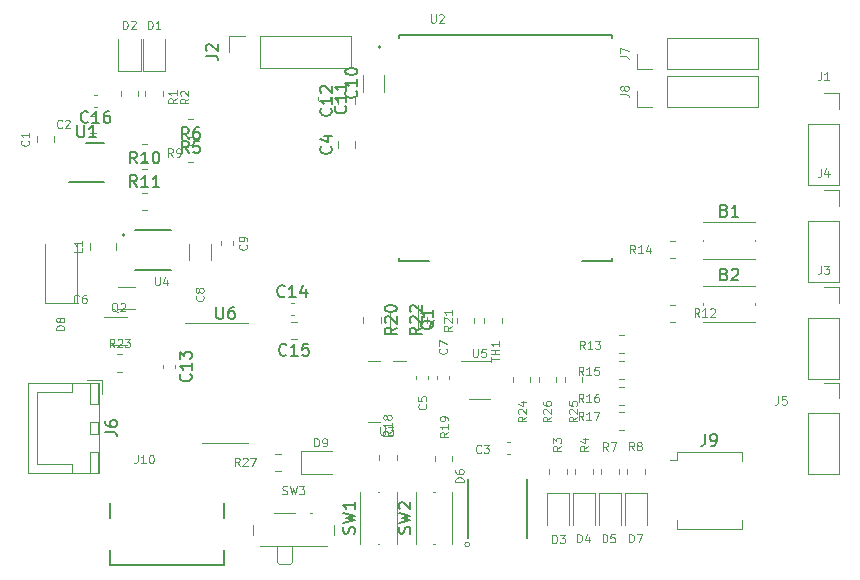
<source format=gbr>
%TF.GenerationSoftware,KiCad,Pcbnew,(5.1.12)-1*%
%TF.CreationDate,2021-12-17T12:12:49+01:00*%
%TF.ProjectId,ESP32-BOARD-V2.0,45535033-322d-4424-9f41-52442d56322e,rev?*%
%TF.SameCoordinates,Original*%
%TF.FileFunction,Legend,Top*%
%TF.FilePolarity,Positive*%
%FSLAX46Y46*%
G04 Gerber Fmt 4.6, Leading zero omitted, Abs format (unit mm)*
G04 Created by KiCad (PCBNEW (5.1.12)-1) date 2021-12-17 12:12:49*
%MOMM*%
%LPD*%
G01*
G04 APERTURE LIST*
%ADD10C,0.120000*%
%ADD11C,0.150000*%
%ADD12C,0.127000*%
%ADD13C,0.200000*%
%ADD14C,0.100000*%
%ADD15C,0.080000*%
G04 APERTURE END LIST*
D10*
%TO.C,J6*%
X96710000Y-93390000D02*
X90740000Y-93390000D01*
X90740000Y-93390000D02*
X90740000Y-101010000D01*
X90740000Y-101010000D02*
X96710000Y-101010000D01*
X96710000Y-101010000D02*
X96710000Y-93390000D01*
X96700000Y-96700000D02*
X95950000Y-96700000D01*
X95950000Y-96700000D02*
X95950000Y-97700000D01*
X95950000Y-97700000D02*
X96700000Y-97700000D01*
X96700000Y-97700000D02*
X96700000Y-96700000D01*
X96700000Y-93400000D02*
X95950000Y-93400000D01*
X95950000Y-93400000D02*
X95950000Y-95200000D01*
X95950000Y-95200000D02*
X96700000Y-95200000D01*
X96700000Y-95200000D02*
X96700000Y-93400000D01*
X96700000Y-99200000D02*
X95950000Y-99200000D01*
X95950000Y-99200000D02*
X95950000Y-101000000D01*
X95950000Y-101000000D02*
X96700000Y-101000000D01*
X96700000Y-101000000D02*
X96700000Y-99200000D01*
X94450000Y-93400000D02*
X94450000Y-94150000D01*
X94450000Y-94150000D02*
X91500000Y-94150000D01*
X91500000Y-94150000D02*
X91500000Y-97200000D01*
X94450000Y-101000000D02*
X94450000Y-100250000D01*
X94450000Y-100250000D02*
X91500000Y-100250000D01*
X91500000Y-100250000D02*
X91500000Y-97200000D01*
X97000000Y-94350000D02*
X97000000Y-93100000D01*
X97000000Y-93100000D02*
X95750000Y-93100000D01*
%TO.C,C16*%
X96590580Y-70010000D02*
X96309420Y-70010000D01*
X96590580Y-68990000D02*
X96309420Y-68990000D01*
%TO.C,U6*%
X107450000Y-98460000D02*
X109400000Y-98460000D01*
X107450000Y-98460000D02*
X105500000Y-98460000D01*
X107450000Y-88340000D02*
X109400000Y-88340000D01*
X107450000Y-88340000D02*
X104000000Y-88340000D01*
D11*
%TO.C,U1*%
X94175000Y-76350000D02*
X97175000Y-76350000D01*
X95675000Y-73050000D02*
X97175000Y-73050000D01*
D10*
%TO.C,SW2*%
X125150000Y-102600000D02*
X125050000Y-102600000D01*
X126650000Y-107000000D02*
X126650000Y-102600000D01*
X123550000Y-102600000D02*
X123550000Y-107000000D01*
X125150000Y-107000000D02*
X125050000Y-107000000D01*
%TO.C,SW1*%
X120450000Y-102600000D02*
X120350000Y-102600000D01*
X121950000Y-107000000D02*
X121950000Y-102600000D01*
X118850000Y-102600000D02*
X118850000Y-107000000D01*
X120450000Y-107000000D02*
X120350000Y-107000000D01*
%TO.C,R22*%
X124515000Y-88277064D02*
X124515000Y-87822936D01*
X125985000Y-88277064D02*
X125985000Y-87822936D01*
%TO.C,R20*%
X120585000Y-87822936D02*
X120585000Y-88277064D01*
X119115000Y-87822936D02*
X119115000Y-88277064D01*
%TO.C,Q1*%
X123710000Y-88700000D02*
X123710000Y-86800000D01*
X121390000Y-87300000D02*
X121390000Y-88700000D01*
%TO.C,J9*%
X145639000Y-105735000D02*
X151160000Y-105735000D01*
X145060000Y-99915000D02*
X145639000Y-99915000D01*
X145639000Y-99265000D02*
X145639000Y-99915000D01*
X145639000Y-99265000D02*
X151160000Y-99265000D01*
X151160000Y-99265000D02*
X151160000Y-99975000D01*
X145639000Y-105025000D02*
X145639000Y-105735000D01*
X151160000Y-105025000D02*
X151160000Y-105735000D01*
%TO.C,J2*%
X110370000Y-66680000D02*
X110370000Y-64020000D01*
X110370000Y-66680000D02*
X118050000Y-66680000D01*
X118050000Y-66680000D02*
X118050000Y-64020000D01*
X110370000Y-64020000D02*
X118050000Y-64020000D01*
X107770000Y-64020000D02*
X109100000Y-64020000D01*
X107770000Y-65350000D02*
X107770000Y-64020000D01*
%TO.C,C15*%
X113511252Y-89685000D02*
X112988748Y-89685000D01*
X113511252Y-88215000D02*
X112988748Y-88215000D01*
%TO.C,C14*%
X112959420Y-86590000D02*
X113240580Y-86590000D01*
X112959420Y-87610000D02*
X113240580Y-87610000D01*
%TO.C,C13*%
X103210000Y-91859420D02*
X103210000Y-92140580D01*
X102190000Y-91859420D02*
X102190000Y-92140580D01*
%TO.C,C12*%
X116965000Y-69761252D02*
X116965000Y-69238748D01*
X118435000Y-69761252D02*
X118435000Y-69238748D01*
%TO.C,C11*%
X116310000Y-69159420D02*
X116310000Y-69440580D01*
X115290000Y-69159420D02*
X115290000Y-69440580D01*
%TO.C,C10*%
X119090000Y-68711252D02*
X119090000Y-67288748D01*
X120910000Y-68711252D02*
X120910000Y-67288748D01*
%TO.C,C4*%
X116965000Y-73461252D02*
X116965000Y-72938748D01*
X118435000Y-73461252D02*
X118435000Y-72938748D01*
%TO.C,B2*%
X152300000Y-86750000D02*
X152300000Y-86650000D01*
X147900000Y-88250000D02*
X152300000Y-88250000D01*
X152300000Y-85150000D02*
X147900000Y-85150000D01*
X147900000Y-86750000D02*
X147900000Y-86650000D01*
%TO.C,B1*%
X152300000Y-81350000D02*
X152300000Y-81250000D01*
X147900000Y-82850000D02*
X152300000Y-82850000D01*
X152300000Y-79750000D02*
X147900000Y-79750000D01*
X147900000Y-81350000D02*
X147900000Y-81250000D01*
%TO.C,R11*%
X100372936Y-77265000D02*
X100827064Y-77265000D01*
X100372936Y-78735000D02*
X100827064Y-78735000D01*
%TO.C,R10*%
X100372936Y-75265000D02*
X100827064Y-75265000D01*
X100372936Y-76735000D02*
X100827064Y-76735000D01*
%TO.C,R6*%
X104272936Y-73215000D02*
X104727064Y-73215000D01*
X104272936Y-74685000D02*
X104727064Y-74685000D01*
%TO.C,R5*%
X104727064Y-72535000D02*
X104272936Y-72535000D01*
X104727064Y-71065000D02*
X104272936Y-71065000D01*
%TO.C,J5*%
X156770000Y-95970000D02*
X159430000Y-95970000D01*
X156770000Y-95970000D02*
X156770000Y-101110000D01*
X156770000Y-101110000D02*
X159430000Y-101110000D01*
X159430000Y-95970000D02*
X159430000Y-101110000D01*
X159430000Y-93370000D02*
X159430000Y-94700000D01*
X158100000Y-93370000D02*
X159430000Y-93370000D01*
%TO.C,J8*%
X152550000Y-70030000D02*
X152550000Y-67370000D01*
X144870000Y-70030000D02*
X152550000Y-70030000D01*
X144870000Y-67370000D02*
X152550000Y-67370000D01*
X144870000Y-70030000D02*
X144870000Y-67370000D01*
X143600000Y-70030000D02*
X142270000Y-70030000D01*
X142270000Y-70030000D02*
X142270000Y-68700000D01*
%TO.C,J4*%
X156770000Y-79670000D02*
X159430000Y-79670000D01*
X156770000Y-79670000D02*
X156770000Y-84810000D01*
X156770000Y-84810000D02*
X159430000Y-84810000D01*
X159430000Y-79670000D02*
X159430000Y-84810000D01*
X159430000Y-77070000D02*
X159430000Y-78400000D01*
X158100000Y-77070000D02*
X159430000Y-77070000D01*
%TO.C,J3*%
X156770000Y-87870000D02*
X159430000Y-87870000D01*
X156770000Y-87870000D02*
X156770000Y-93010000D01*
X156770000Y-93010000D02*
X159430000Y-93010000D01*
X159430000Y-87870000D02*
X159430000Y-93010000D01*
X159430000Y-85270000D02*
X159430000Y-86600000D01*
X158100000Y-85270000D02*
X159430000Y-85270000D01*
%TO.C,J1*%
X156770000Y-71470000D02*
X159430000Y-71470000D01*
X156770000Y-71470000D02*
X156770000Y-76610000D01*
X156770000Y-76610000D02*
X159430000Y-76610000D01*
X159430000Y-71470000D02*
X159430000Y-76610000D01*
X159430000Y-68870000D02*
X159430000Y-70200000D01*
X158100000Y-68870000D02*
X159430000Y-68870000D01*
%TO.C,R14*%
X145514564Y-82835000D02*
X145060436Y-82835000D01*
X145514564Y-81365000D02*
X145060436Y-81365000D01*
%TO.C,R12*%
X145514564Y-88235000D02*
X145060436Y-88235000D01*
X145514564Y-86765000D02*
X145060436Y-86765000D01*
%TO.C,J7*%
X152550000Y-66830000D02*
X152550000Y-64170000D01*
X144870000Y-66830000D02*
X152550000Y-66830000D01*
X144870000Y-64170000D02*
X152550000Y-64170000D01*
X144870000Y-66830000D02*
X144870000Y-64170000D01*
X143600000Y-66830000D02*
X142270000Y-66830000D01*
X142270000Y-66830000D02*
X142270000Y-65500000D01*
%TO.C,TH1*%
X130835000Y-88327064D02*
X130835000Y-87872936D01*
X129365000Y-88327064D02*
X129365000Y-87872936D01*
%TO.C,R21*%
X127065000Y-87872936D02*
X127065000Y-88327064D01*
X128535000Y-87872936D02*
X128535000Y-88327064D01*
%TO.C,R17*%
X141227064Y-95865000D02*
X140772936Y-95865000D01*
X141227064Y-97335000D02*
X140772936Y-97335000D01*
%TO.C,R16*%
X141227064Y-93765000D02*
X140772936Y-93765000D01*
X141227064Y-95235000D02*
X140772936Y-95235000D01*
%TO.C,R15*%
X141214564Y-91565000D02*
X140760436Y-91565000D01*
X141214564Y-93035000D02*
X140760436Y-93035000D01*
%TO.C,R13*%
X141227064Y-89365000D02*
X140772936Y-89365000D01*
X141227064Y-90835000D02*
X140772936Y-90835000D01*
%TO.C,R27*%
X112127064Y-99365000D02*
X111672936Y-99365000D01*
X112127064Y-100835000D02*
X111672936Y-100835000D01*
%TO.C,D9*%
X113815000Y-101060000D02*
X116500000Y-101060000D01*
X113815000Y-99140000D02*
X113815000Y-101060000D01*
X116500000Y-99140000D02*
X113815000Y-99140000D01*
%TO.C,C9*%
X107040000Y-81409420D02*
X107040000Y-81690580D01*
X108060000Y-81409420D02*
X108060000Y-81690580D01*
D12*
%TO.C,U2*%
X122150000Y-64200000D02*
X122150000Y-63900000D01*
X122150000Y-63900000D02*
X140150000Y-63900000D01*
X140150000Y-63900000D02*
X140150000Y-64200000D01*
X122150000Y-82800000D02*
X122150000Y-83100000D01*
X122150000Y-83100000D02*
X124660000Y-83100000D01*
X137640000Y-83100000D02*
X140150000Y-83100000D01*
X140150000Y-83100000D02*
X140150000Y-82800000D01*
D13*
X120600000Y-64960000D02*
G75*
G03*
X120600000Y-64960000I-100000J0D01*
G01*
D10*
%TO.C,U5*%
X128050000Y-94785000D02*
X129850000Y-94785000D01*
X129850000Y-91565000D02*
X127400000Y-91565000D01*
D13*
%TO.C,U4*%
X98915000Y-80850000D02*
G75*
G03*
X98915000Y-80850000I-100000J0D01*
G01*
D12*
X99750000Y-80395000D02*
X102850000Y-80395000D01*
X99750000Y-83805000D02*
X102850000Y-83805000D01*
D10*
%TO.C,U3*%
X120540000Y-96710000D02*
X119490000Y-96710000D01*
X121660000Y-91490000D02*
X122710000Y-91490000D01*
X120540000Y-91490000D02*
X119490000Y-91490000D01*
%TO.C,SW3*%
X114600000Y-104380000D02*
X114800000Y-104380000D01*
X111800000Y-108520000D02*
X112000000Y-108730000D01*
X113100000Y-108520000D02*
X112900000Y-108730000D01*
X111800000Y-107230000D02*
X111800000Y-108520000D01*
X112000000Y-108730000D02*
X112900000Y-108730000D01*
X113100000Y-108520000D02*
X113100000Y-107230000D01*
X110350000Y-107230000D02*
X116050000Y-107230000D01*
X111600000Y-104380000D02*
X113300000Y-104380000D01*
X109750000Y-105430000D02*
X109750000Y-106220000D01*
X116650000Y-106220000D02*
X116650000Y-105430000D01*
%TO.C,R26*%
X133965000Y-93327064D02*
X133965000Y-92872936D01*
X135435000Y-93327064D02*
X135435000Y-92872936D01*
%TO.C,R25*%
X136165000Y-93327064D02*
X136165000Y-92872936D01*
X137635000Y-93327064D02*
X137635000Y-92872936D01*
%TO.C,R24*%
X131765000Y-93327064D02*
X131765000Y-92872936D01*
X133235000Y-93327064D02*
X133235000Y-92872936D01*
%TO.C,R23*%
X98272936Y-90965000D02*
X98727064Y-90965000D01*
X98272936Y-92435000D02*
X98727064Y-92435000D01*
%TO.C,R19*%
X126635000Y-99572936D02*
X126635000Y-100027064D01*
X125165000Y-99572936D02*
X125165000Y-100027064D01*
%TO.C,R18*%
X121935000Y-99460436D02*
X121935000Y-99914564D01*
X120465000Y-99460436D02*
X120465000Y-99914564D01*
%TO.C,R9*%
X100372936Y-73165000D02*
X100827064Y-73165000D01*
X100372936Y-74635000D02*
X100827064Y-74635000D01*
%TO.C,R8*%
X141465000Y-101127064D02*
X141465000Y-100672936D01*
X142935000Y-101127064D02*
X142935000Y-100672936D01*
%TO.C,R7*%
X139265000Y-101127064D02*
X139265000Y-100672936D01*
X140735000Y-101127064D02*
X140735000Y-100672936D01*
%TO.C,R4*%
X137065000Y-101127064D02*
X137065000Y-100672936D01*
X138535000Y-101127064D02*
X138535000Y-100672936D01*
%TO.C,R3*%
X134865000Y-101127064D02*
X134865000Y-100672936D01*
X136335000Y-101127064D02*
X136335000Y-100672936D01*
%TO.C,R2*%
X98565000Y-69102064D02*
X98565000Y-68647936D01*
X100035000Y-69102064D02*
X100035000Y-68647936D01*
%TO.C,R1*%
X100665000Y-69114564D02*
X100665000Y-68660436D01*
X102135000Y-69114564D02*
X102135000Y-68660436D01*
%TO.C,Q2*%
X99100000Y-87840000D02*
X97200000Y-87840000D01*
X97700000Y-90160000D02*
X99100000Y-90160000D01*
%TO.C,L1*%
X95940000Y-82098752D02*
X95940000Y-81576248D01*
X98160000Y-82098752D02*
X98160000Y-81576248D01*
D13*
%TO.C,J10*%
X107290000Y-103550000D02*
X107290000Y-104800000D01*
X97710000Y-103550000D02*
X97710000Y-104800000D01*
X107290000Y-108800000D02*
X107290000Y-107520000D01*
X97710000Y-108800000D02*
X107290000Y-108800000D01*
X97710000Y-107520000D02*
X97710000Y-108800000D01*
D10*
%TO.C,D8*%
X92140000Y-86580000D02*
X94860000Y-86580000D01*
X94860000Y-86580000D02*
X94860000Y-81600000D01*
X92140000Y-86580000D02*
X92140000Y-81600000D01*
D12*
%TO.C,D6*%
X128000000Y-106500000D02*
X128000000Y-101500000D01*
X133000000Y-101500000D02*
X133000000Y-106500000D01*
D14*
X128120000Y-107053000D02*
G75*
G03*
X128120000Y-107053000I-200000J0D01*
G01*
D10*
%TO.C,D7*%
X143160000Y-105400000D02*
X143160000Y-102715000D01*
X143160000Y-102715000D02*
X141240000Y-102715000D01*
X141240000Y-102715000D02*
X141240000Y-105400000D01*
%TO.C,D5*%
X140960000Y-105400000D02*
X140960000Y-102715000D01*
X140960000Y-102715000D02*
X139040000Y-102715000D01*
X139040000Y-102715000D02*
X139040000Y-105400000D01*
%TO.C,D4*%
X138760000Y-105400000D02*
X138760000Y-102715000D01*
X138760000Y-102715000D02*
X136840000Y-102715000D01*
X136840000Y-102715000D02*
X136840000Y-105400000D01*
%TO.C,D3*%
X136560000Y-105400000D02*
X136560000Y-102715000D01*
X136560000Y-102715000D02*
X134640000Y-102715000D01*
X134640000Y-102715000D02*
X134640000Y-105400000D01*
%TO.C,D2*%
X98340000Y-64275000D02*
X98340000Y-66960000D01*
X98340000Y-66960000D02*
X100260000Y-66960000D01*
X100260000Y-66960000D02*
X100260000Y-64275000D01*
%TO.C,D1*%
X100440000Y-64275000D02*
X100440000Y-66960000D01*
X100440000Y-66960000D02*
X102360000Y-66960000D01*
X102360000Y-66960000D02*
X102360000Y-64275000D01*
%TO.C,C8*%
X104390000Y-83011252D02*
X104390000Y-81588748D01*
X106210000Y-83011252D02*
X106210000Y-81588748D01*
%TO.C,C7*%
X126410000Y-92759420D02*
X126410000Y-93040580D01*
X125390000Y-92759420D02*
X125390000Y-93040580D01*
%TO.C,C6*%
X98338748Y-85290000D02*
X99761252Y-85290000D01*
X98338748Y-87110000D02*
X99761252Y-87110000D01*
%TO.C,C5*%
X124610000Y-92759420D02*
X124610000Y-93040580D01*
X123590000Y-92759420D02*
X123590000Y-93040580D01*
%TO.C,C3*%
X131540580Y-99410000D02*
X131259420Y-99410000D01*
X131540580Y-98390000D02*
X131259420Y-98390000D01*
%TO.C,C2*%
X96511252Y-72235000D02*
X95988748Y-72235000D01*
X96511252Y-70765000D02*
X95988748Y-70765000D01*
%TO.C,C1*%
X91465000Y-73011252D02*
X91465000Y-72488748D01*
X92935000Y-73011252D02*
X92935000Y-72488748D01*
%TO.C,J6*%
D11*
X97252380Y-97533333D02*
X97966666Y-97533333D01*
X98109523Y-97580952D01*
X98204761Y-97676190D01*
X98252380Y-97819047D01*
X98252380Y-97914285D01*
X97252380Y-96628571D02*
X97252380Y-96819047D01*
X97300000Y-96914285D01*
X97347619Y-96961904D01*
X97490476Y-97057142D01*
X97680952Y-97104761D01*
X98061904Y-97104761D01*
X98157142Y-97057142D01*
X98204761Y-97009523D01*
X98252380Y-96914285D01*
X98252380Y-96723809D01*
X98204761Y-96628571D01*
X98157142Y-96580952D01*
X98061904Y-96533333D01*
X97823809Y-96533333D01*
X97728571Y-96580952D01*
X97680952Y-96628571D01*
X97633333Y-96723809D01*
X97633333Y-96914285D01*
X97680952Y-97009523D01*
X97728571Y-97057142D01*
X97823809Y-97104761D01*
%TO.C,C16*%
X95807142Y-71287142D02*
X95759523Y-71334761D01*
X95616666Y-71382380D01*
X95521428Y-71382380D01*
X95378571Y-71334761D01*
X95283333Y-71239523D01*
X95235714Y-71144285D01*
X95188095Y-70953809D01*
X95188095Y-70810952D01*
X95235714Y-70620476D01*
X95283333Y-70525238D01*
X95378571Y-70430000D01*
X95521428Y-70382380D01*
X95616666Y-70382380D01*
X95759523Y-70430000D01*
X95807142Y-70477619D01*
X96759523Y-71382380D02*
X96188095Y-71382380D01*
X96473809Y-71382380D02*
X96473809Y-70382380D01*
X96378571Y-70525238D01*
X96283333Y-70620476D01*
X96188095Y-70668095D01*
X97616666Y-70382380D02*
X97426190Y-70382380D01*
X97330952Y-70430000D01*
X97283333Y-70477619D01*
X97188095Y-70620476D01*
X97140476Y-70810952D01*
X97140476Y-71191904D01*
X97188095Y-71287142D01*
X97235714Y-71334761D01*
X97330952Y-71382380D01*
X97521428Y-71382380D01*
X97616666Y-71334761D01*
X97664285Y-71287142D01*
X97711904Y-71191904D01*
X97711904Y-70953809D01*
X97664285Y-70858571D01*
X97616666Y-70810952D01*
X97521428Y-70763333D01*
X97330952Y-70763333D01*
X97235714Y-70810952D01*
X97188095Y-70858571D01*
X97140476Y-70953809D01*
%TO.C,U6*%
X106688095Y-86952380D02*
X106688095Y-87761904D01*
X106735714Y-87857142D01*
X106783333Y-87904761D01*
X106878571Y-87952380D01*
X107069047Y-87952380D01*
X107164285Y-87904761D01*
X107211904Y-87857142D01*
X107259523Y-87761904D01*
X107259523Y-86952380D01*
X108164285Y-86952380D02*
X107973809Y-86952380D01*
X107878571Y-87000000D01*
X107830952Y-87047619D01*
X107735714Y-87190476D01*
X107688095Y-87380952D01*
X107688095Y-87761904D01*
X107735714Y-87857142D01*
X107783333Y-87904761D01*
X107878571Y-87952380D01*
X108069047Y-87952380D01*
X108164285Y-87904761D01*
X108211904Y-87857142D01*
X108259523Y-87761904D01*
X108259523Y-87523809D01*
X108211904Y-87428571D01*
X108164285Y-87380952D01*
X108069047Y-87333333D01*
X107878571Y-87333333D01*
X107783333Y-87380952D01*
X107735714Y-87428571D01*
X107688095Y-87523809D01*
%TO.C,U1*%
X94913095Y-71577380D02*
X94913095Y-72386904D01*
X94960714Y-72482142D01*
X95008333Y-72529761D01*
X95103571Y-72577380D01*
X95294047Y-72577380D01*
X95389285Y-72529761D01*
X95436904Y-72482142D01*
X95484523Y-72386904D01*
X95484523Y-71577380D01*
X96484523Y-72577380D02*
X95913095Y-72577380D01*
X96198809Y-72577380D02*
X96198809Y-71577380D01*
X96103571Y-71720238D01*
X96008333Y-71815476D01*
X95913095Y-71863095D01*
%TO.C,SW2*%
X123054761Y-106133333D02*
X123102380Y-105990476D01*
X123102380Y-105752380D01*
X123054761Y-105657142D01*
X123007142Y-105609523D01*
X122911904Y-105561904D01*
X122816666Y-105561904D01*
X122721428Y-105609523D01*
X122673809Y-105657142D01*
X122626190Y-105752380D01*
X122578571Y-105942857D01*
X122530952Y-106038095D01*
X122483333Y-106085714D01*
X122388095Y-106133333D01*
X122292857Y-106133333D01*
X122197619Y-106085714D01*
X122150000Y-106038095D01*
X122102380Y-105942857D01*
X122102380Y-105704761D01*
X122150000Y-105561904D01*
X122102380Y-105228571D02*
X123102380Y-104990476D01*
X122388095Y-104800000D01*
X123102380Y-104609523D01*
X122102380Y-104371428D01*
X122197619Y-104038095D02*
X122150000Y-103990476D01*
X122102380Y-103895238D01*
X122102380Y-103657142D01*
X122150000Y-103561904D01*
X122197619Y-103514285D01*
X122292857Y-103466666D01*
X122388095Y-103466666D01*
X122530952Y-103514285D01*
X123102380Y-104085714D01*
X123102380Y-103466666D01*
%TO.C,SW1*%
X118354761Y-106133333D02*
X118402380Y-105990476D01*
X118402380Y-105752380D01*
X118354761Y-105657142D01*
X118307142Y-105609523D01*
X118211904Y-105561904D01*
X118116666Y-105561904D01*
X118021428Y-105609523D01*
X117973809Y-105657142D01*
X117926190Y-105752380D01*
X117878571Y-105942857D01*
X117830952Y-106038095D01*
X117783333Y-106085714D01*
X117688095Y-106133333D01*
X117592857Y-106133333D01*
X117497619Y-106085714D01*
X117450000Y-106038095D01*
X117402380Y-105942857D01*
X117402380Y-105704761D01*
X117450000Y-105561904D01*
X117402380Y-105228571D02*
X118402380Y-104990476D01*
X117688095Y-104800000D01*
X118402380Y-104609523D01*
X117402380Y-104371428D01*
X118402380Y-103466666D02*
X118402380Y-104038095D01*
X118402380Y-103752380D02*
X117402380Y-103752380D01*
X117545238Y-103847619D01*
X117640476Y-103942857D01*
X117688095Y-104038095D01*
%TO.C,R22*%
X124052380Y-88692857D02*
X123576190Y-89026190D01*
X124052380Y-89264285D02*
X123052380Y-89264285D01*
X123052380Y-88883333D01*
X123100000Y-88788095D01*
X123147619Y-88740476D01*
X123242857Y-88692857D01*
X123385714Y-88692857D01*
X123480952Y-88740476D01*
X123528571Y-88788095D01*
X123576190Y-88883333D01*
X123576190Y-89264285D01*
X123147619Y-88311904D02*
X123100000Y-88264285D01*
X123052380Y-88169047D01*
X123052380Y-87930952D01*
X123100000Y-87835714D01*
X123147619Y-87788095D01*
X123242857Y-87740476D01*
X123338095Y-87740476D01*
X123480952Y-87788095D01*
X124052380Y-88359523D01*
X124052380Y-87740476D01*
X123147619Y-87359523D02*
X123100000Y-87311904D01*
X123052380Y-87216666D01*
X123052380Y-86978571D01*
X123100000Y-86883333D01*
X123147619Y-86835714D01*
X123242857Y-86788095D01*
X123338095Y-86788095D01*
X123480952Y-86835714D01*
X124052380Y-87407142D01*
X124052380Y-86788095D01*
%TO.C,R20*%
X121952380Y-88692857D02*
X121476190Y-89026190D01*
X121952380Y-89264285D02*
X120952380Y-89264285D01*
X120952380Y-88883333D01*
X121000000Y-88788095D01*
X121047619Y-88740476D01*
X121142857Y-88692857D01*
X121285714Y-88692857D01*
X121380952Y-88740476D01*
X121428571Y-88788095D01*
X121476190Y-88883333D01*
X121476190Y-89264285D01*
X121047619Y-88311904D02*
X121000000Y-88264285D01*
X120952380Y-88169047D01*
X120952380Y-87930952D01*
X121000000Y-87835714D01*
X121047619Y-87788095D01*
X121142857Y-87740476D01*
X121238095Y-87740476D01*
X121380952Y-87788095D01*
X121952380Y-88359523D01*
X121952380Y-87740476D01*
X120952380Y-87121428D02*
X120952380Y-87026190D01*
X121000000Y-86930952D01*
X121047619Y-86883333D01*
X121142857Y-86835714D01*
X121333333Y-86788095D01*
X121571428Y-86788095D01*
X121761904Y-86835714D01*
X121857142Y-86883333D01*
X121904761Y-86930952D01*
X121952380Y-87026190D01*
X121952380Y-87121428D01*
X121904761Y-87216666D01*
X121857142Y-87264285D01*
X121761904Y-87311904D01*
X121571428Y-87359523D01*
X121333333Y-87359523D01*
X121142857Y-87311904D01*
X121047619Y-87264285D01*
X121000000Y-87216666D01*
X120952380Y-87121428D01*
%TO.C,Q1*%
X125097619Y-88095238D02*
X125050000Y-88190476D01*
X124954761Y-88285714D01*
X124811904Y-88428571D01*
X124764285Y-88523809D01*
X124764285Y-88619047D01*
X125002380Y-88571428D02*
X124954761Y-88666666D01*
X124859523Y-88761904D01*
X124669047Y-88809523D01*
X124335714Y-88809523D01*
X124145238Y-88761904D01*
X124050000Y-88666666D01*
X124002380Y-88571428D01*
X124002380Y-88380952D01*
X124050000Y-88285714D01*
X124145238Y-88190476D01*
X124335714Y-88142857D01*
X124669047Y-88142857D01*
X124859523Y-88190476D01*
X124954761Y-88285714D01*
X125002380Y-88380952D01*
X125002380Y-88571428D01*
X125002380Y-87190476D02*
X125002380Y-87761904D01*
X125002380Y-87476190D02*
X124002380Y-87476190D01*
X124145238Y-87571428D01*
X124240476Y-87666666D01*
X124288095Y-87761904D01*
%TO.C,J9*%
X148066666Y-97717380D02*
X148066666Y-98431666D01*
X148019047Y-98574523D01*
X147923809Y-98669761D01*
X147780952Y-98717380D01*
X147685714Y-98717380D01*
X148590476Y-98717380D02*
X148780952Y-98717380D01*
X148876190Y-98669761D01*
X148923809Y-98622142D01*
X149019047Y-98479285D01*
X149066666Y-98288809D01*
X149066666Y-97907857D01*
X149019047Y-97812619D01*
X148971428Y-97765000D01*
X148876190Y-97717380D01*
X148685714Y-97717380D01*
X148590476Y-97765000D01*
X148542857Y-97812619D01*
X148495238Y-97907857D01*
X148495238Y-98145952D01*
X148542857Y-98241190D01*
X148590476Y-98288809D01*
X148685714Y-98336428D01*
X148876190Y-98336428D01*
X148971428Y-98288809D01*
X149019047Y-98241190D01*
X149066666Y-98145952D01*
%TO.C,J2*%
X105782380Y-65683333D02*
X106496666Y-65683333D01*
X106639523Y-65730952D01*
X106734761Y-65826190D01*
X106782380Y-65969047D01*
X106782380Y-66064285D01*
X105877619Y-65254761D02*
X105830000Y-65207142D01*
X105782380Y-65111904D01*
X105782380Y-64873809D01*
X105830000Y-64778571D01*
X105877619Y-64730952D01*
X105972857Y-64683333D01*
X106068095Y-64683333D01*
X106210952Y-64730952D01*
X106782380Y-65302380D01*
X106782380Y-64683333D01*
%TO.C,C15*%
X112607142Y-90987142D02*
X112559523Y-91034761D01*
X112416666Y-91082380D01*
X112321428Y-91082380D01*
X112178571Y-91034761D01*
X112083333Y-90939523D01*
X112035714Y-90844285D01*
X111988095Y-90653809D01*
X111988095Y-90510952D01*
X112035714Y-90320476D01*
X112083333Y-90225238D01*
X112178571Y-90130000D01*
X112321428Y-90082380D01*
X112416666Y-90082380D01*
X112559523Y-90130000D01*
X112607142Y-90177619D01*
X113559523Y-91082380D02*
X112988095Y-91082380D01*
X113273809Y-91082380D02*
X113273809Y-90082380D01*
X113178571Y-90225238D01*
X113083333Y-90320476D01*
X112988095Y-90368095D01*
X114464285Y-90082380D02*
X113988095Y-90082380D01*
X113940476Y-90558571D01*
X113988095Y-90510952D01*
X114083333Y-90463333D01*
X114321428Y-90463333D01*
X114416666Y-90510952D01*
X114464285Y-90558571D01*
X114511904Y-90653809D01*
X114511904Y-90891904D01*
X114464285Y-90987142D01*
X114416666Y-91034761D01*
X114321428Y-91082380D01*
X114083333Y-91082380D01*
X113988095Y-91034761D01*
X113940476Y-90987142D01*
%TO.C,C14*%
X112457142Y-86027142D02*
X112409523Y-86074761D01*
X112266666Y-86122380D01*
X112171428Y-86122380D01*
X112028571Y-86074761D01*
X111933333Y-85979523D01*
X111885714Y-85884285D01*
X111838095Y-85693809D01*
X111838095Y-85550952D01*
X111885714Y-85360476D01*
X111933333Y-85265238D01*
X112028571Y-85170000D01*
X112171428Y-85122380D01*
X112266666Y-85122380D01*
X112409523Y-85170000D01*
X112457142Y-85217619D01*
X113409523Y-86122380D02*
X112838095Y-86122380D01*
X113123809Y-86122380D02*
X113123809Y-85122380D01*
X113028571Y-85265238D01*
X112933333Y-85360476D01*
X112838095Y-85408095D01*
X114266666Y-85455714D02*
X114266666Y-86122380D01*
X114028571Y-85074761D02*
X113790476Y-85789047D01*
X114409523Y-85789047D01*
%TO.C,C13*%
X104487142Y-92642857D02*
X104534761Y-92690476D01*
X104582380Y-92833333D01*
X104582380Y-92928571D01*
X104534761Y-93071428D01*
X104439523Y-93166666D01*
X104344285Y-93214285D01*
X104153809Y-93261904D01*
X104010952Y-93261904D01*
X103820476Y-93214285D01*
X103725238Y-93166666D01*
X103630000Y-93071428D01*
X103582380Y-92928571D01*
X103582380Y-92833333D01*
X103630000Y-92690476D01*
X103677619Y-92642857D01*
X104582380Y-91690476D02*
X104582380Y-92261904D01*
X104582380Y-91976190D02*
X103582380Y-91976190D01*
X103725238Y-92071428D01*
X103820476Y-92166666D01*
X103868095Y-92261904D01*
X103582380Y-91357142D02*
X103582380Y-90738095D01*
X103963333Y-91071428D01*
X103963333Y-90928571D01*
X104010952Y-90833333D01*
X104058571Y-90785714D01*
X104153809Y-90738095D01*
X104391904Y-90738095D01*
X104487142Y-90785714D01*
X104534761Y-90833333D01*
X104582380Y-90928571D01*
X104582380Y-91214285D01*
X104534761Y-91309523D01*
X104487142Y-91357142D01*
%TO.C,C12*%
X116377142Y-70142857D02*
X116424761Y-70190476D01*
X116472380Y-70333333D01*
X116472380Y-70428571D01*
X116424761Y-70571428D01*
X116329523Y-70666666D01*
X116234285Y-70714285D01*
X116043809Y-70761904D01*
X115900952Y-70761904D01*
X115710476Y-70714285D01*
X115615238Y-70666666D01*
X115520000Y-70571428D01*
X115472380Y-70428571D01*
X115472380Y-70333333D01*
X115520000Y-70190476D01*
X115567619Y-70142857D01*
X116472380Y-69190476D02*
X116472380Y-69761904D01*
X116472380Y-69476190D02*
X115472380Y-69476190D01*
X115615238Y-69571428D01*
X115710476Y-69666666D01*
X115758095Y-69761904D01*
X115567619Y-68809523D02*
X115520000Y-68761904D01*
X115472380Y-68666666D01*
X115472380Y-68428571D01*
X115520000Y-68333333D01*
X115567619Y-68285714D01*
X115662857Y-68238095D01*
X115758095Y-68238095D01*
X115900952Y-68285714D01*
X116472380Y-68857142D01*
X116472380Y-68238095D01*
%TO.C,C11*%
X117587142Y-69942857D02*
X117634761Y-69990476D01*
X117682380Y-70133333D01*
X117682380Y-70228571D01*
X117634761Y-70371428D01*
X117539523Y-70466666D01*
X117444285Y-70514285D01*
X117253809Y-70561904D01*
X117110952Y-70561904D01*
X116920476Y-70514285D01*
X116825238Y-70466666D01*
X116730000Y-70371428D01*
X116682380Y-70228571D01*
X116682380Y-70133333D01*
X116730000Y-69990476D01*
X116777619Y-69942857D01*
X117682380Y-68990476D02*
X117682380Y-69561904D01*
X117682380Y-69276190D02*
X116682380Y-69276190D01*
X116825238Y-69371428D01*
X116920476Y-69466666D01*
X116968095Y-69561904D01*
X117682380Y-68038095D02*
X117682380Y-68609523D01*
X117682380Y-68323809D02*
X116682380Y-68323809D01*
X116825238Y-68419047D01*
X116920476Y-68514285D01*
X116968095Y-68609523D01*
%TO.C,C10*%
X118507142Y-68642857D02*
X118554761Y-68690476D01*
X118602380Y-68833333D01*
X118602380Y-68928571D01*
X118554761Y-69071428D01*
X118459523Y-69166666D01*
X118364285Y-69214285D01*
X118173809Y-69261904D01*
X118030952Y-69261904D01*
X117840476Y-69214285D01*
X117745238Y-69166666D01*
X117650000Y-69071428D01*
X117602380Y-68928571D01*
X117602380Y-68833333D01*
X117650000Y-68690476D01*
X117697619Y-68642857D01*
X118602380Y-67690476D02*
X118602380Y-68261904D01*
X118602380Y-67976190D02*
X117602380Y-67976190D01*
X117745238Y-68071428D01*
X117840476Y-68166666D01*
X117888095Y-68261904D01*
X117602380Y-67071428D02*
X117602380Y-66976190D01*
X117650000Y-66880952D01*
X117697619Y-66833333D01*
X117792857Y-66785714D01*
X117983333Y-66738095D01*
X118221428Y-66738095D01*
X118411904Y-66785714D01*
X118507142Y-66833333D01*
X118554761Y-66880952D01*
X118602380Y-66976190D01*
X118602380Y-67071428D01*
X118554761Y-67166666D01*
X118507142Y-67214285D01*
X118411904Y-67261904D01*
X118221428Y-67309523D01*
X117983333Y-67309523D01*
X117792857Y-67261904D01*
X117697619Y-67214285D01*
X117650000Y-67166666D01*
X117602380Y-67071428D01*
%TO.C,C4*%
X116377142Y-73366666D02*
X116424761Y-73414285D01*
X116472380Y-73557142D01*
X116472380Y-73652380D01*
X116424761Y-73795238D01*
X116329523Y-73890476D01*
X116234285Y-73938095D01*
X116043809Y-73985714D01*
X115900952Y-73985714D01*
X115710476Y-73938095D01*
X115615238Y-73890476D01*
X115520000Y-73795238D01*
X115472380Y-73652380D01*
X115472380Y-73557142D01*
X115520000Y-73414285D01*
X115567619Y-73366666D01*
X115805714Y-72509523D02*
X116472380Y-72509523D01*
X115424761Y-72747619D02*
X116139047Y-72985714D01*
X116139047Y-72366666D01*
%TO.C,B2*%
X149695238Y-84178571D02*
X149838095Y-84226190D01*
X149885714Y-84273809D01*
X149933333Y-84369047D01*
X149933333Y-84511904D01*
X149885714Y-84607142D01*
X149838095Y-84654761D01*
X149742857Y-84702380D01*
X149361904Y-84702380D01*
X149361904Y-83702380D01*
X149695238Y-83702380D01*
X149790476Y-83750000D01*
X149838095Y-83797619D01*
X149885714Y-83892857D01*
X149885714Y-83988095D01*
X149838095Y-84083333D01*
X149790476Y-84130952D01*
X149695238Y-84178571D01*
X149361904Y-84178571D01*
X150314285Y-83797619D02*
X150361904Y-83750000D01*
X150457142Y-83702380D01*
X150695238Y-83702380D01*
X150790476Y-83750000D01*
X150838095Y-83797619D01*
X150885714Y-83892857D01*
X150885714Y-83988095D01*
X150838095Y-84130952D01*
X150266666Y-84702380D01*
X150885714Y-84702380D01*
%TO.C,B1*%
X149695238Y-78778571D02*
X149838095Y-78826190D01*
X149885714Y-78873809D01*
X149933333Y-78969047D01*
X149933333Y-79111904D01*
X149885714Y-79207142D01*
X149838095Y-79254761D01*
X149742857Y-79302380D01*
X149361904Y-79302380D01*
X149361904Y-78302380D01*
X149695238Y-78302380D01*
X149790476Y-78350000D01*
X149838095Y-78397619D01*
X149885714Y-78492857D01*
X149885714Y-78588095D01*
X149838095Y-78683333D01*
X149790476Y-78730952D01*
X149695238Y-78778571D01*
X149361904Y-78778571D01*
X150885714Y-79302380D02*
X150314285Y-79302380D01*
X150600000Y-79302380D02*
X150600000Y-78302380D01*
X150504761Y-78445238D01*
X150409523Y-78540476D01*
X150314285Y-78588095D01*
%TO.C,R11*%
X99957142Y-76802380D02*
X99623809Y-76326190D01*
X99385714Y-76802380D02*
X99385714Y-75802380D01*
X99766666Y-75802380D01*
X99861904Y-75850000D01*
X99909523Y-75897619D01*
X99957142Y-75992857D01*
X99957142Y-76135714D01*
X99909523Y-76230952D01*
X99861904Y-76278571D01*
X99766666Y-76326190D01*
X99385714Y-76326190D01*
X100909523Y-76802380D02*
X100338095Y-76802380D01*
X100623809Y-76802380D02*
X100623809Y-75802380D01*
X100528571Y-75945238D01*
X100433333Y-76040476D01*
X100338095Y-76088095D01*
X101861904Y-76802380D02*
X101290476Y-76802380D01*
X101576190Y-76802380D02*
X101576190Y-75802380D01*
X101480952Y-75945238D01*
X101385714Y-76040476D01*
X101290476Y-76088095D01*
%TO.C,R10*%
X99957142Y-74802380D02*
X99623809Y-74326190D01*
X99385714Y-74802380D02*
X99385714Y-73802380D01*
X99766666Y-73802380D01*
X99861904Y-73850000D01*
X99909523Y-73897619D01*
X99957142Y-73992857D01*
X99957142Y-74135714D01*
X99909523Y-74230952D01*
X99861904Y-74278571D01*
X99766666Y-74326190D01*
X99385714Y-74326190D01*
X100909523Y-74802380D02*
X100338095Y-74802380D01*
X100623809Y-74802380D02*
X100623809Y-73802380D01*
X100528571Y-73945238D01*
X100433333Y-74040476D01*
X100338095Y-74088095D01*
X101528571Y-73802380D02*
X101623809Y-73802380D01*
X101719047Y-73850000D01*
X101766666Y-73897619D01*
X101814285Y-73992857D01*
X101861904Y-74183333D01*
X101861904Y-74421428D01*
X101814285Y-74611904D01*
X101766666Y-74707142D01*
X101719047Y-74754761D01*
X101623809Y-74802380D01*
X101528571Y-74802380D01*
X101433333Y-74754761D01*
X101385714Y-74707142D01*
X101338095Y-74611904D01*
X101290476Y-74421428D01*
X101290476Y-74183333D01*
X101338095Y-73992857D01*
X101385714Y-73897619D01*
X101433333Y-73850000D01*
X101528571Y-73802380D01*
%TO.C,R6*%
X104333333Y-72752380D02*
X104000000Y-72276190D01*
X103761904Y-72752380D02*
X103761904Y-71752380D01*
X104142857Y-71752380D01*
X104238095Y-71800000D01*
X104285714Y-71847619D01*
X104333333Y-71942857D01*
X104333333Y-72085714D01*
X104285714Y-72180952D01*
X104238095Y-72228571D01*
X104142857Y-72276190D01*
X103761904Y-72276190D01*
X105190476Y-71752380D02*
X105000000Y-71752380D01*
X104904761Y-71800000D01*
X104857142Y-71847619D01*
X104761904Y-71990476D01*
X104714285Y-72180952D01*
X104714285Y-72561904D01*
X104761904Y-72657142D01*
X104809523Y-72704761D01*
X104904761Y-72752380D01*
X105095238Y-72752380D01*
X105190476Y-72704761D01*
X105238095Y-72657142D01*
X105285714Y-72561904D01*
X105285714Y-72323809D01*
X105238095Y-72228571D01*
X105190476Y-72180952D01*
X105095238Y-72133333D01*
X104904761Y-72133333D01*
X104809523Y-72180952D01*
X104761904Y-72228571D01*
X104714285Y-72323809D01*
%TO.C,R5*%
X104333333Y-73902380D02*
X104000000Y-73426190D01*
X103761904Y-73902380D02*
X103761904Y-72902380D01*
X104142857Y-72902380D01*
X104238095Y-72950000D01*
X104285714Y-72997619D01*
X104333333Y-73092857D01*
X104333333Y-73235714D01*
X104285714Y-73330952D01*
X104238095Y-73378571D01*
X104142857Y-73426190D01*
X103761904Y-73426190D01*
X105238095Y-72902380D02*
X104761904Y-72902380D01*
X104714285Y-73378571D01*
X104761904Y-73330952D01*
X104857142Y-73283333D01*
X105095238Y-73283333D01*
X105190476Y-73330952D01*
X105238095Y-73378571D01*
X105285714Y-73473809D01*
X105285714Y-73711904D01*
X105238095Y-73807142D01*
X105190476Y-73854761D01*
X105095238Y-73902380D01*
X104857142Y-73902380D01*
X104761904Y-73854761D01*
X104714285Y-73807142D01*
%TO.C,J5*%
D15*
X154266666Y-94516666D02*
X154266666Y-95016666D01*
X154233333Y-95116666D01*
X154166666Y-95183333D01*
X154066666Y-95216666D01*
X154000000Y-95216666D01*
X154933333Y-94516666D02*
X154600000Y-94516666D01*
X154566666Y-94850000D01*
X154600000Y-94816666D01*
X154666666Y-94783333D01*
X154833333Y-94783333D01*
X154900000Y-94816666D01*
X154933333Y-94850000D01*
X154966666Y-94916666D01*
X154966666Y-95083333D01*
X154933333Y-95150000D01*
X154900000Y-95183333D01*
X154833333Y-95216666D01*
X154666666Y-95216666D01*
X154600000Y-95183333D01*
X154566666Y-95150000D01*
%TO.C,J8*%
X140886666Y-68933333D02*
X141386666Y-68933333D01*
X141486666Y-68966666D01*
X141553333Y-69033333D01*
X141586666Y-69133333D01*
X141586666Y-69200000D01*
X141186666Y-68500000D02*
X141153333Y-68566666D01*
X141120000Y-68600000D01*
X141053333Y-68633333D01*
X141020000Y-68633333D01*
X140953333Y-68600000D01*
X140920000Y-68566666D01*
X140886666Y-68500000D01*
X140886666Y-68366666D01*
X140920000Y-68300000D01*
X140953333Y-68266666D01*
X141020000Y-68233333D01*
X141053333Y-68233333D01*
X141120000Y-68266666D01*
X141153333Y-68300000D01*
X141186666Y-68366666D01*
X141186666Y-68500000D01*
X141220000Y-68566666D01*
X141253333Y-68600000D01*
X141320000Y-68633333D01*
X141453333Y-68633333D01*
X141520000Y-68600000D01*
X141553333Y-68566666D01*
X141586666Y-68500000D01*
X141586666Y-68366666D01*
X141553333Y-68300000D01*
X141520000Y-68266666D01*
X141453333Y-68233333D01*
X141320000Y-68233333D01*
X141253333Y-68266666D01*
X141220000Y-68300000D01*
X141186666Y-68366666D01*
%TO.C,J4*%
X157866666Y-75246666D02*
X157866666Y-75746666D01*
X157833333Y-75846666D01*
X157766666Y-75913333D01*
X157666666Y-75946666D01*
X157600000Y-75946666D01*
X158500000Y-75480000D02*
X158500000Y-75946666D01*
X158333333Y-75213333D02*
X158166666Y-75713333D01*
X158600000Y-75713333D01*
%TO.C,J3*%
X157866666Y-83446666D02*
X157866666Y-83946666D01*
X157833333Y-84046666D01*
X157766666Y-84113333D01*
X157666666Y-84146666D01*
X157600000Y-84146666D01*
X158133333Y-83446666D02*
X158566666Y-83446666D01*
X158333333Y-83713333D01*
X158433333Y-83713333D01*
X158500000Y-83746666D01*
X158533333Y-83780000D01*
X158566666Y-83846666D01*
X158566666Y-84013333D01*
X158533333Y-84080000D01*
X158500000Y-84113333D01*
X158433333Y-84146666D01*
X158233333Y-84146666D01*
X158166666Y-84113333D01*
X158133333Y-84080000D01*
%TO.C,J1*%
X157866666Y-67046666D02*
X157866666Y-67546666D01*
X157833333Y-67646666D01*
X157766666Y-67713333D01*
X157666666Y-67746666D01*
X157600000Y-67746666D01*
X158566666Y-67746666D02*
X158166666Y-67746666D01*
X158366666Y-67746666D02*
X158366666Y-67046666D01*
X158300000Y-67146666D01*
X158233333Y-67213333D01*
X158166666Y-67246666D01*
%TO.C,R14*%
X142137500Y-82416666D02*
X141904166Y-82083333D01*
X141737500Y-82416666D02*
X141737500Y-81716666D01*
X142004166Y-81716666D01*
X142070833Y-81750000D01*
X142104166Y-81783333D01*
X142137500Y-81850000D01*
X142137500Y-81950000D01*
X142104166Y-82016666D01*
X142070833Y-82050000D01*
X142004166Y-82083333D01*
X141737500Y-82083333D01*
X142804166Y-82416666D02*
X142404166Y-82416666D01*
X142604166Y-82416666D02*
X142604166Y-81716666D01*
X142537500Y-81816666D01*
X142470833Y-81883333D01*
X142404166Y-81916666D01*
X143404166Y-81950000D02*
X143404166Y-82416666D01*
X143237500Y-81683333D02*
X143070833Y-82183333D01*
X143504166Y-82183333D01*
%TO.C,R12*%
X147567500Y-87766666D02*
X147334166Y-87433333D01*
X147167500Y-87766666D02*
X147167500Y-87066666D01*
X147434166Y-87066666D01*
X147500833Y-87100000D01*
X147534166Y-87133333D01*
X147567500Y-87200000D01*
X147567500Y-87300000D01*
X147534166Y-87366666D01*
X147500833Y-87400000D01*
X147434166Y-87433333D01*
X147167500Y-87433333D01*
X148234166Y-87766666D02*
X147834166Y-87766666D01*
X148034166Y-87766666D02*
X148034166Y-87066666D01*
X147967500Y-87166666D01*
X147900833Y-87233333D01*
X147834166Y-87266666D01*
X148500833Y-87133333D02*
X148534166Y-87100000D01*
X148600833Y-87066666D01*
X148767500Y-87066666D01*
X148834166Y-87100000D01*
X148867500Y-87133333D01*
X148900833Y-87200000D01*
X148900833Y-87266666D01*
X148867500Y-87366666D01*
X148467500Y-87766666D01*
X148900833Y-87766666D01*
%TO.C,J7*%
X140886666Y-65733333D02*
X141386666Y-65733333D01*
X141486666Y-65766666D01*
X141553333Y-65833333D01*
X141586666Y-65933333D01*
X141586666Y-66000000D01*
X140886666Y-65466666D02*
X140886666Y-65000000D01*
X141586666Y-65300000D01*
%TO.C,TH1*%
X129916666Y-91600000D02*
X129916666Y-91200000D01*
X130616666Y-91400000D02*
X129916666Y-91400000D01*
X130616666Y-90966666D02*
X129916666Y-90966666D01*
X130250000Y-90966666D02*
X130250000Y-90566666D01*
X130616666Y-90566666D02*
X129916666Y-90566666D01*
X130616666Y-89866666D02*
X130616666Y-90266666D01*
X130616666Y-90066666D02*
X129916666Y-90066666D01*
X130016666Y-90133333D01*
X130083333Y-90200000D01*
X130116666Y-90266666D01*
%TO.C,R21*%
X126616666Y-88550000D02*
X126283333Y-88783333D01*
X126616666Y-88950000D02*
X125916666Y-88950000D01*
X125916666Y-88683333D01*
X125950000Y-88616666D01*
X125983333Y-88583333D01*
X126050000Y-88550000D01*
X126150000Y-88550000D01*
X126216666Y-88583333D01*
X126250000Y-88616666D01*
X126283333Y-88683333D01*
X126283333Y-88950000D01*
X125983333Y-88283333D02*
X125950000Y-88250000D01*
X125916666Y-88183333D01*
X125916666Y-88016666D01*
X125950000Y-87950000D01*
X125983333Y-87916666D01*
X126050000Y-87883333D01*
X126116666Y-87883333D01*
X126216666Y-87916666D01*
X126616666Y-88316666D01*
X126616666Y-87883333D01*
X126616666Y-87216666D02*
X126616666Y-87616666D01*
X126616666Y-87416666D02*
X125916666Y-87416666D01*
X126016666Y-87483333D01*
X126083333Y-87550000D01*
X126116666Y-87616666D01*
%TO.C,R17*%
X137750000Y-96516666D02*
X137516666Y-96183333D01*
X137350000Y-96516666D02*
X137350000Y-95816666D01*
X137616666Y-95816666D01*
X137683333Y-95850000D01*
X137716666Y-95883333D01*
X137750000Y-95950000D01*
X137750000Y-96050000D01*
X137716666Y-96116666D01*
X137683333Y-96150000D01*
X137616666Y-96183333D01*
X137350000Y-96183333D01*
X138416666Y-96516666D02*
X138016666Y-96516666D01*
X138216666Y-96516666D02*
X138216666Y-95816666D01*
X138150000Y-95916666D01*
X138083333Y-95983333D01*
X138016666Y-96016666D01*
X138650000Y-95816666D02*
X139116666Y-95816666D01*
X138816666Y-96516666D01*
%TO.C,R16*%
X137750000Y-95016666D02*
X137516666Y-94683333D01*
X137350000Y-95016666D02*
X137350000Y-94316666D01*
X137616666Y-94316666D01*
X137683333Y-94350000D01*
X137716666Y-94383333D01*
X137750000Y-94450000D01*
X137750000Y-94550000D01*
X137716666Y-94616666D01*
X137683333Y-94650000D01*
X137616666Y-94683333D01*
X137350000Y-94683333D01*
X138416666Y-95016666D02*
X138016666Y-95016666D01*
X138216666Y-95016666D02*
X138216666Y-94316666D01*
X138150000Y-94416666D01*
X138083333Y-94483333D01*
X138016666Y-94516666D01*
X139016666Y-94316666D02*
X138883333Y-94316666D01*
X138816666Y-94350000D01*
X138783333Y-94383333D01*
X138716666Y-94483333D01*
X138683333Y-94616666D01*
X138683333Y-94883333D01*
X138716666Y-94950000D01*
X138750000Y-94983333D01*
X138816666Y-95016666D01*
X138950000Y-95016666D01*
X139016666Y-94983333D01*
X139050000Y-94950000D01*
X139083333Y-94883333D01*
X139083333Y-94716666D01*
X139050000Y-94650000D01*
X139016666Y-94616666D01*
X138950000Y-94583333D01*
X138816666Y-94583333D01*
X138750000Y-94616666D01*
X138716666Y-94650000D01*
X138683333Y-94716666D01*
%TO.C,R15*%
X137750000Y-92716666D02*
X137516666Y-92383333D01*
X137350000Y-92716666D02*
X137350000Y-92016666D01*
X137616666Y-92016666D01*
X137683333Y-92050000D01*
X137716666Y-92083333D01*
X137750000Y-92150000D01*
X137750000Y-92250000D01*
X137716666Y-92316666D01*
X137683333Y-92350000D01*
X137616666Y-92383333D01*
X137350000Y-92383333D01*
X138416666Y-92716666D02*
X138016666Y-92716666D01*
X138216666Y-92716666D02*
X138216666Y-92016666D01*
X138150000Y-92116666D01*
X138083333Y-92183333D01*
X138016666Y-92216666D01*
X139050000Y-92016666D02*
X138716666Y-92016666D01*
X138683333Y-92350000D01*
X138716666Y-92316666D01*
X138783333Y-92283333D01*
X138950000Y-92283333D01*
X139016666Y-92316666D01*
X139050000Y-92350000D01*
X139083333Y-92416666D01*
X139083333Y-92583333D01*
X139050000Y-92650000D01*
X139016666Y-92683333D01*
X138950000Y-92716666D01*
X138783333Y-92716666D01*
X138716666Y-92683333D01*
X138683333Y-92650000D01*
%TO.C,R13*%
X137850000Y-90516666D02*
X137616666Y-90183333D01*
X137450000Y-90516666D02*
X137450000Y-89816666D01*
X137716666Y-89816666D01*
X137783333Y-89850000D01*
X137816666Y-89883333D01*
X137850000Y-89950000D01*
X137850000Y-90050000D01*
X137816666Y-90116666D01*
X137783333Y-90150000D01*
X137716666Y-90183333D01*
X137450000Y-90183333D01*
X138516666Y-90516666D02*
X138116666Y-90516666D01*
X138316666Y-90516666D02*
X138316666Y-89816666D01*
X138250000Y-89916666D01*
X138183333Y-89983333D01*
X138116666Y-90016666D01*
X138750000Y-89816666D02*
X139183333Y-89816666D01*
X138950000Y-90083333D01*
X139050000Y-90083333D01*
X139116666Y-90116666D01*
X139150000Y-90150000D01*
X139183333Y-90216666D01*
X139183333Y-90383333D01*
X139150000Y-90450000D01*
X139116666Y-90483333D01*
X139050000Y-90516666D01*
X138850000Y-90516666D01*
X138783333Y-90483333D01*
X138750000Y-90450000D01*
%TO.C,R27*%
X108650000Y-100416666D02*
X108416666Y-100083333D01*
X108250000Y-100416666D02*
X108250000Y-99716666D01*
X108516666Y-99716666D01*
X108583333Y-99750000D01*
X108616666Y-99783333D01*
X108650000Y-99850000D01*
X108650000Y-99950000D01*
X108616666Y-100016666D01*
X108583333Y-100050000D01*
X108516666Y-100083333D01*
X108250000Y-100083333D01*
X108916666Y-99783333D02*
X108950000Y-99750000D01*
X109016666Y-99716666D01*
X109183333Y-99716666D01*
X109250000Y-99750000D01*
X109283333Y-99783333D01*
X109316666Y-99850000D01*
X109316666Y-99916666D01*
X109283333Y-100016666D01*
X108883333Y-100416666D01*
X109316666Y-100416666D01*
X109550000Y-99716666D02*
X110016666Y-99716666D01*
X109716666Y-100416666D01*
%TO.C,D9*%
X114983333Y-98766666D02*
X114983333Y-98066666D01*
X115150000Y-98066666D01*
X115250000Y-98100000D01*
X115316666Y-98166666D01*
X115350000Y-98233333D01*
X115383333Y-98366666D01*
X115383333Y-98466666D01*
X115350000Y-98600000D01*
X115316666Y-98666666D01*
X115250000Y-98733333D01*
X115150000Y-98766666D01*
X114983333Y-98766666D01*
X115716666Y-98766666D02*
X115850000Y-98766666D01*
X115916666Y-98733333D01*
X115950000Y-98700000D01*
X116016666Y-98600000D01*
X116050000Y-98466666D01*
X116050000Y-98200000D01*
X116016666Y-98133333D01*
X115983333Y-98100000D01*
X115916666Y-98066666D01*
X115783333Y-98066666D01*
X115716666Y-98100000D01*
X115683333Y-98133333D01*
X115650000Y-98200000D01*
X115650000Y-98366666D01*
X115683333Y-98433333D01*
X115716666Y-98466666D01*
X115783333Y-98500000D01*
X115916666Y-98500000D01*
X115983333Y-98466666D01*
X116016666Y-98433333D01*
X116050000Y-98366666D01*
%TO.C,C9*%
X109230000Y-81666666D02*
X109263333Y-81700000D01*
X109296666Y-81800000D01*
X109296666Y-81866666D01*
X109263333Y-81966666D01*
X109196666Y-82033333D01*
X109130000Y-82066666D01*
X108996666Y-82100000D01*
X108896666Y-82100000D01*
X108763333Y-82066666D01*
X108696666Y-82033333D01*
X108630000Y-81966666D01*
X108596666Y-81866666D01*
X108596666Y-81800000D01*
X108630000Y-81700000D01*
X108663333Y-81666666D01*
X109296666Y-81333333D02*
X109296666Y-81200000D01*
X109263333Y-81133333D01*
X109230000Y-81100000D01*
X109130000Y-81033333D01*
X108996666Y-81000000D01*
X108730000Y-81000000D01*
X108663333Y-81033333D01*
X108630000Y-81066666D01*
X108596666Y-81133333D01*
X108596666Y-81266666D01*
X108630000Y-81333333D01*
X108663333Y-81366666D01*
X108730000Y-81400000D01*
X108896666Y-81400000D01*
X108963333Y-81366666D01*
X108996666Y-81333333D01*
X109030000Y-81266666D01*
X109030000Y-81133333D01*
X108996666Y-81066666D01*
X108963333Y-81033333D01*
X108896666Y-81000000D01*
%TO.C,U2*%
X124835051Y-62169141D02*
X124835051Y-62735808D01*
X124868385Y-62802475D01*
X124901718Y-62835808D01*
X124968385Y-62869141D01*
X125101718Y-62869141D01*
X125168385Y-62835808D01*
X125201718Y-62802475D01*
X125235051Y-62735808D01*
X125235051Y-62169141D01*
X125535051Y-62235808D02*
X125568385Y-62202475D01*
X125635051Y-62169141D01*
X125801718Y-62169141D01*
X125868385Y-62202475D01*
X125901718Y-62235808D01*
X125935051Y-62302475D01*
X125935051Y-62369141D01*
X125901718Y-62469141D01*
X125501718Y-62869141D01*
X125935051Y-62869141D01*
%TO.C,U5*%
X128416666Y-90491666D02*
X128416666Y-91058333D01*
X128450000Y-91125000D01*
X128483333Y-91158333D01*
X128550000Y-91191666D01*
X128683333Y-91191666D01*
X128750000Y-91158333D01*
X128783333Y-91125000D01*
X128816666Y-91058333D01*
X128816666Y-90491666D01*
X129483333Y-90491666D02*
X129150000Y-90491666D01*
X129116666Y-90825000D01*
X129150000Y-90791666D01*
X129216666Y-90758333D01*
X129383333Y-90758333D01*
X129450000Y-90791666D01*
X129483333Y-90825000D01*
X129516666Y-90891666D01*
X129516666Y-91058333D01*
X129483333Y-91125000D01*
X129450000Y-91158333D01*
X129383333Y-91191666D01*
X129216666Y-91191666D01*
X129150000Y-91158333D01*
X129116666Y-91125000D01*
%TO.C,U4*%
X101466666Y-84416666D02*
X101466666Y-84983333D01*
X101500000Y-85050000D01*
X101533333Y-85083333D01*
X101600000Y-85116666D01*
X101733333Y-85116666D01*
X101800000Y-85083333D01*
X101833333Y-85050000D01*
X101866666Y-84983333D01*
X101866666Y-84416666D01*
X102500000Y-84650000D02*
X102500000Y-85116666D01*
X102333333Y-84383333D02*
X102166666Y-84883333D01*
X102600000Y-84883333D01*
%TO.C,U3*%
X120566666Y-97091666D02*
X120566666Y-97658333D01*
X120600000Y-97725000D01*
X120633333Y-97758333D01*
X120700000Y-97791666D01*
X120833333Y-97791666D01*
X120900000Y-97758333D01*
X120933333Y-97725000D01*
X120966666Y-97658333D01*
X120966666Y-97091666D01*
X121233333Y-97091666D02*
X121666666Y-97091666D01*
X121433333Y-97358333D01*
X121533333Y-97358333D01*
X121600000Y-97391666D01*
X121633333Y-97425000D01*
X121666666Y-97491666D01*
X121666666Y-97658333D01*
X121633333Y-97725000D01*
X121600000Y-97758333D01*
X121533333Y-97791666D01*
X121333333Y-97791666D01*
X121266666Y-97758333D01*
X121233333Y-97725000D01*
%TO.C,SW3*%
X112266666Y-102783333D02*
X112366666Y-102816666D01*
X112533333Y-102816666D01*
X112600000Y-102783333D01*
X112633333Y-102750000D01*
X112666666Y-102683333D01*
X112666666Y-102616666D01*
X112633333Y-102550000D01*
X112600000Y-102516666D01*
X112533333Y-102483333D01*
X112400000Y-102450000D01*
X112333333Y-102416666D01*
X112300000Y-102383333D01*
X112266666Y-102316666D01*
X112266666Y-102250000D01*
X112300000Y-102183333D01*
X112333333Y-102150000D01*
X112400000Y-102116666D01*
X112566666Y-102116666D01*
X112666666Y-102150000D01*
X112900000Y-102116666D02*
X113066666Y-102816666D01*
X113200000Y-102316666D01*
X113333333Y-102816666D01*
X113500000Y-102116666D01*
X113700000Y-102116666D02*
X114133333Y-102116666D01*
X113900000Y-102383333D01*
X114000000Y-102383333D01*
X114066666Y-102416666D01*
X114100000Y-102450000D01*
X114133333Y-102516666D01*
X114133333Y-102683333D01*
X114100000Y-102750000D01*
X114066666Y-102783333D01*
X114000000Y-102816666D01*
X113800000Y-102816666D01*
X113733333Y-102783333D01*
X113700000Y-102750000D01*
%TO.C,R26*%
X135016666Y-96250000D02*
X134683333Y-96483333D01*
X135016666Y-96650000D02*
X134316666Y-96650000D01*
X134316666Y-96383333D01*
X134350000Y-96316666D01*
X134383333Y-96283333D01*
X134450000Y-96250000D01*
X134550000Y-96250000D01*
X134616666Y-96283333D01*
X134650000Y-96316666D01*
X134683333Y-96383333D01*
X134683333Y-96650000D01*
X134383333Y-95983333D02*
X134350000Y-95950000D01*
X134316666Y-95883333D01*
X134316666Y-95716666D01*
X134350000Y-95650000D01*
X134383333Y-95616666D01*
X134450000Y-95583333D01*
X134516666Y-95583333D01*
X134616666Y-95616666D01*
X135016666Y-96016666D01*
X135016666Y-95583333D01*
X134316666Y-94983333D02*
X134316666Y-95116666D01*
X134350000Y-95183333D01*
X134383333Y-95216666D01*
X134483333Y-95283333D01*
X134616666Y-95316666D01*
X134883333Y-95316666D01*
X134950000Y-95283333D01*
X134983333Y-95250000D01*
X135016666Y-95183333D01*
X135016666Y-95050000D01*
X134983333Y-94983333D01*
X134950000Y-94950000D01*
X134883333Y-94916666D01*
X134716666Y-94916666D01*
X134650000Y-94950000D01*
X134616666Y-94983333D01*
X134583333Y-95050000D01*
X134583333Y-95183333D01*
X134616666Y-95250000D01*
X134650000Y-95283333D01*
X134716666Y-95316666D01*
%TO.C,R25*%
X137216666Y-96250000D02*
X136883333Y-96483333D01*
X137216666Y-96650000D02*
X136516666Y-96650000D01*
X136516666Y-96383333D01*
X136550000Y-96316666D01*
X136583333Y-96283333D01*
X136650000Y-96250000D01*
X136750000Y-96250000D01*
X136816666Y-96283333D01*
X136850000Y-96316666D01*
X136883333Y-96383333D01*
X136883333Y-96650000D01*
X136583333Y-95983333D02*
X136550000Y-95950000D01*
X136516666Y-95883333D01*
X136516666Y-95716666D01*
X136550000Y-95650000D01*
X136583333Y-95616666D01*
X136650000Y-95583333D01*
X136716666Y-95583333D01*
X136816666Y-95616666D01*
X137216666Y-96016666D01*
X137216666Y-95583333D01*
X136516666Y-94950000D02*
X136516666Y-95283333D01*
X136850000Y-95316666D01*
X136816666Y-95283333D01*
X136783333Y-95216666D01*
X136783333Y-95050000D01*
X136816666Y-94983333D01*
X136850000Y-94950000D01*
X136916666Y-94916666D01*
X137083333Y-94916666D01*
X137150000Y-94950000D01*
X137183333Y-94983333D01*
X137216666Y-95050000D01*
X137216666Y-95216666D01*
X137183333Y-95283333D01*
X137150000Y-95316666D01*
%TO.C,R24*%
X132916666Y-96250000D02*
X132583333Y-96483333D01*
X132916666Y-96650000D02*
X132216666Y-96650000D01*
X132216666Y-96383333D01*
X132250000Y-96316666D01*
X132283333Y-96283333D01*
X132350000Y-96250000D01*
X132450000Y-96250000D01*
X132516666Y-96283333D01*
X132550000Y-96316666D01*
X132583333Y-96383333D01*
X132583333Y-96650000D01*
X132283333Y-95983333D02*
X132250000Y-95950000D01*
X132216666Y-95883333D01*
X132216666Y-95716666D01*
X132250000Y-95650000D01*
X132283333Y-95616666D01*
X132350000Y-95583333D01*
X132416666Y-95583333D01*
X132516666Y-95616666D01*
X132916666Y-96016666D01*
X132916666Y-95583333D01*
X132450000Y-94983333D02*
X132916666Y-94983333D01*
X132183333Y-95150000D02*
X132683333Y-95316666D01*
X132683333Y-94883333D01*
%TO.C,R23*%
X98050000Y-90366666D02*
X97816666Y-90033333D01*
X97650000Y-90366666D02*
X97650000Y-89666666D01*
X97916666Y-89666666D01*
X97983333Y-89700000D01*
X98016666Y-89733333D01*
X98050000Y-89800000D01*
X98050000Y-89900000D01*
X98016666Y-89966666D01*
X97983333Y-90000000D01*
X97916666Y-90033333D01*
X97650000Y-90033333D01*
X98316666Y-89733333D02*
X98350000Y-89700000D01*
X98416666Y-89666666D01*
X98583333Y-89666666D01*
X98650000Y-89700000D01*
X98683333Y-89733333D01*
X98716666Y-89800000D01*
X98716666Y-89866666D01*
X98683333Y-89966666D01*
X98283333Y-90366666D01*
X98716666Y-90366666D01*
X98950000Y-89666666D02*
X99383333Y-89666666D01*
X99150000Y-89933333D01*
X99250000Y-89933333D01*
X99316666Y-89966666D01*
X99350000Y-90000000D01*
X99383333Y-90066666D01*
X99383333Y-90233333D01*
X99350000Y-90300000D01*
X99316666Y-90333333D01*
X99250000Y-90366666D01*
X99050000Y-90366666D01*
X98983333Y-90333333D01*
X98950000Y-90300000D01*
%TO.C,R19*%
X126316666Y-97550000D02*
X125983333Y-97783333D01*
X126316666Y-97950000D02*
X125616666Y-97950000D01*
X125616666Y-97683333D01*
X125650000Y-97616666D01*
X125683333Y-97583333D01*
X125750000Y-97550000D01*
X125850000Y-97550000D01*
X125916666Y-97583333D01*
X125950000Y-97616666D01*
X125983333Y-97683333D01*
X125983333Y-97950000D01*
X126316666Y-96883333D02*
X126316666Y-97283333D01*
X126316666Y-97083333D02*
X125616666Y-97083333D01*
X125716666Y-97150000D01*
X125783333Y-97216666D01*
X125816666Y-97283333D01*
X126316666Y-96550000D02*
X126316666Y-96416666D01*
X126283333Y-96350000D01*
X126250000Y-96316666D01*
X126150000Y-96250000D01*
X126016666Y-96216666D01*
X125750000Y-96216666D01*
X125683333Y-96250000D01*
X125650000Y-96283333D01*
X125616666Y-96350000D01*
X125616666Y-96483333D01*
X125650000Y-96550000D01*
X125683333Y-96583333D01*
X125750000Y-96616666D01*
X125916666Y-96616666D01*
X125983333Y-96583333D01*
X126016666Y-96550000D01*
X126050000Y-96483333D01*
X126050000Y-96350000D01*
X126016666Y-96283333D01*
X125983333Y-96250000D01*
X125916666Y-96216666D01*
%TO.C,R18*%
X121516666Y-97437500D02*
X121183333Y-97670833D01*
X121516666Y-97837500D02*
X120816666Y-97837500D01*
X120816666Y-97570833D01*
X120850000Y-97504166D01*
X120883333Y-97470833D01*
X120950000Y-97437500D01*
X121050000Y-97437500D01*
X121116666Y-97470833D01*
X121150000Y-97504166D01*
X121183333Y-97570833D01*
X121183333Y-97837500D01*
X121516666Y-96770833D02*
X121516666Y-97170833D01*
X121516666Y-96970833D02*
X120816666Y-96970833D01*
X120916666Y-97037500D01*
X120983333Y-97104166D01*
X121016666Y-97170833D01*
X121116666Y-96370833D02*
X121083333Y-96437500D01*
X121050000Y-96470833D01*
X120983333Y-96504166D01*
X120950000Y-96504166D01*
X120883333Y-96470833D01*
X120850000Y-96437500D01*
X120816666Y-96370833D01*
X120816666Y-96237500D01*
X120850000Y-96170833D01*
X120883333Y-96137500D01*
X120950000Y-96104166D01*
X120983333Y-96104166D01*
X121050000Y-96137500D01*
X121083333Y-96170833D01*
X121116666Y-96237500D01*
X121116666Y-96370833D01*
X121150000Y-96437500D01*
X121183333Y-96470833D01*
X121250000Y-96504166D01*
X121383333Y-96504166D01*
X121450000Y-96470833D01*
X121483333Y-96437500D01*
X121516666Y-96370833D01*
X121516666Y-96237500D01*
X121483333Y-96170833D01*
X121450000Y-96137500D01*
X121383333Y-96104166D01*
X121250000Y-96104166D01*
X121183333Y-96137500D01*
X121150000Y-96170833D01*
X121116666Y-96237500D01*
%TO.C,R9*%
X103008333Y-74216666D02*
X102775000Y-73883333D01*
X102608333Y-74216666D02*
X102608333Y-73516666D01*
X102875000Y-73516666D01*
X102941666Y-73550000D01*
X102975000Y-73583333D01*
X103008333Y-73650000D01*
X103008333Y-73750000D01*
X102975000Y-73816666D01*
X102941666Y-73850000D01*
X102875000Y-73883333D01*
X102608333Y-73883333D01*
X103341666Y-74216666D02*
X103475000Y-74216666D01*
X103541666Y-74183333D01*
X103575000Y-74150000D01*
X103641666Y-74050000D01*
X103675000Y-73916666D01*
X103675000Y-73650000D01*
X103641666Y-73583333D01*
X103608333Y-73550000D01*
X103541666Y-73516666D01*
X103408333Y-73516666D01*
X103341666Y-73550000D01*
X103308333Y-73583333D01*
X103275000Y-73650000D01*
X103275000Y-73816666D01*
X103308333Y-73883333D01*
X103341666Y-73916666D01*
X103408333Y-73950000D01*
X103541666Y-73950000D01*
X103608333Y-73916666D01*
X103641666Y-73883333D01*
X103675000Y-73816666D01*
%TO.C,R8*%
X142033333Y-99091666D02*
X141800000Y-98758333D01*
X141633333Y-99091666D02*
X141633333Y-98391666D01*
X141900000Y-98391666D01*
X141966666Y-98425000D01*
X142000000Y-98458333D01*
X142033333Y-98525000D01*
X142033333Y-98625000D01*
X142000000Y-98691666D01*
X141966666Y-98725000D01*
X141900000Y-98758333D01*
X141633333Y-98758333D01*
X142433333Y-98691666D02*
X142366666Y-98658333D01*
X142333333Y-98625000D01*
X142300000Y-98558333D01*
X142300000Y-98525000D01*
X142333333Y-98458333D01*
X142366666Y-98425000D01*
X142433333Y-98391666D01*
X142566666Y-98391666D01*
X142633333Y-98425000D01*
X142666666Y-98458333D01*
X142700000Y-98525000D01*
X142700000Y-98558333D01*
X142666666Y-98625000D01*
X142633333Y-98658333D01*
X142566666Y-98691666D01*
X142433333Y-98691666D01*
X142366666Y-98725000D01*
X142333333Y-98758333D01*
X142300000Y-98825000D01*
X142300000Y-98958333D01*
X142333333Y-99025000D01*
X142366666Y-99058333D01*
X142433333Y-99091666D01*
X142566666Y-99091666D01*
X142633333Y-99058333D01*
X142666666Y-99025000D01*
X142700000Y-98958333D01*
X142700000Y-98825000D01*
X142666666Y-98758333D01*
X142633333Y-98725000D01*
X142566666Y-98691666D01*
%TO.C,R7*%
X139833333Y-99116666D02*
X139600000Y-98783333D01*
X139433333Y-99116666D02*
X139433333Y-98416666D01*
X139700000Y-98416666D01*
X139766666Y-98450000D01*
X139800000Y-98483333D01*
X139833333Y-98550000D01*
X139833333Y-98650000D01*
X139800000Y-98716666D01*
X139766666Y-98750000D01*
X139700000Y-98783333D01*
X139433333Y-98783333D01*
X140066666Y-98416666D02*
X140533333Y-98416666D01*
X140233333Y-99116666D01*
%TO.C,R4*%
X138166666Y-98716666D02*
X137833333Y-98950000D01*
X138166666Y-99116666D02*
X137466666Y-99116666D01*
X137466666Y-98850000D01*
X137500000Y-98783333D01*
X137533333Y-98750000D01*
X137600000Y-98716666D01*
X137700000Y-98716666D01*
X137766666Y-98750000D01*
X137800000Y-98783333D01*
X137833333Y-98850000D01*
X137833333Y-99116666D01*
X137700000Y-98116666D02*
X138166666Y-98116666D01*
X137433333Y-98283333D02*
X137933333Y-98450000D01*
X137933333Y-98016666D01*
%TO.C,R3*%
X135866666Y-98716666D02*
X135533333Y-98950000D01*
X135866666Y-99116666D02*
X135166666Y-99116666D01*
X135166666Y-98850000D01*
X135200000Y-98783333D01*
X135233333Y-98750000D01*
X135300000Y-98716666D01*
X135400000Y-98716666D01*
X135466666Y-98750000D01*
X135500000Y-98783333D01*
X135533333Y-98850000D01*
X135533333Y-99116666D01*
X135166666Y-98483333D02*
X135166666Y-98050000D01*
X135433333Y-98283333D01*
X135433333Y-98183333D01*
X135466666Y-98116666D01*
X135500000Y-98083333D01*
X135566666Y-98050000D01*
X135733333Y-98050000D01*
X135800000Y-98083333D01*
X135833333Y-98116666D01*
X135866666Y-98183333D01*
X135866666Y-98383333D01*
X135833333Y-98450000D01*
X135800000Y-98483333D01*
%TO.C,R2*%
X104316666Y-69316666D02*
X103983333Y-69550000D01*
X104316666Y-69716666D02*
X103616666Y-69716666D01*
X103616666Y-69450000D01*
X103650000Y-69383333D01*
X103683333Y-69350000D01*
X103750000Y-69316666D01*
X103850000Y-69316666D01*
X103916666Y-69350000D01*
X103950000Y-69383333D01*
X103983333Y-69450000D01*
X103983333Y-69716666D01*
X103683333Y-69050000D02*
X103650000Y-69016666D01*
X103616666Y-68950000D01*
X103616666Y-68783333D01*
X103650000Y-68716666D01*
X103683333Y-68683333D01*
X103750000Y-68650000D01*
X103816666Y-68650000D01*
X103916666Y-68683333D01*
X104316666Y-69083333D01*
X104316666Y-68650000D01*
%TO.C,R1*%
X103316666Y-69291666D02*
X102983333Y-69525000D01*
X103316666Y-69691666D02*
X102616666Y-69691666D01*
X102616666Y-69425000D01*
X102650000Y-69358333D01*
X102683333Y-69325000D01*
X102750000Y-69291666D01*
X102850000Y-69291666D01*
X102916666Y-69325000D01*
X102950000Y-69358333D01*
X102983333Y-69425000D01*
X102983333Y-69691666D01*
X103316666Y-68625000D02*
X103316666Y-69025000D01*
X103316666Y-68825000D02*
X102616666Y-68825000D01*
X102716666Y-68891666D01*
X102783333Y-68958333D01*
X102816666Y-69025000D01*
%TO.C,Q2*%
X98333333Y-87383333D02*
X98266666Y-87350000D01*
X98200000Y-87283333D01*
X98100000Y-87183333D01*
X98033333Y-87150000D01*
X97966666Y-87150000D01*
X98000000Y-87316666D02*
X97933333Y-87283333D01*
X97866666Y-87216666D01*
X97833333Y-87083333D01*
X97833333Y-86850000D01*
X97866666Y-86716666D01*
X97933333Y-86650000D01*
X98000000Y-86616666D01*
X98133333Y-86616666D01*
X98200000Y-86650000D01*
X98266666Y-86716666D01*
X98300000Y-86850000D01*
X98300000Y-87083333D01*
X98266666Y-87216666D01*
X98200000Y-87283333D01*
X98133333Y-87316666D01*
X98000000Y-87316666D01*
X98566666Y-86683333D02*
X98600000Y-86650000D01*
X98666666Y-86616666D01*
X98833333Y-86616666D01*
X98900000Y-86650000D01*
X98933333Y-86683333D01*
X98966666Y-86750000D01*
X98966666Y-86816666D01*
X98933333Y-86916666D01*
X98533333Y-87316666D01*
X98966666Y-87316666D01*
%TO.C,L1*%
X95316666Y-81954166D02*
X95316666Y-82287500D01*
X94616666Y-82287500D01*
X95316666Y-81354166D02*
X95316666Y-81754166D01*
X95316666Y-81554166D02*
X94616666Y-81554166D01*
X94716666Y-81620833D01*
X94783333Y-81687500D01*
X94816666Y-81754166D01*
%TO.C,J10*%
X100008333Y-99481666D02*
X100008333Y-99981666D01*
X99975000Y-100081666D01*
X99908333Y-100148333D01*
X99808333Y-100181666D01*
X99741666Y-100181666D01*
X100708333Y-100181666D02*
X100308333Y-100181666D01*
X100508333Y-100181666D02*
X100508333Y-99481666D01*
X100441666Y-99581666D01*
X100375000Y-99648333D01*
X100308333Y-99681666D01*
X101141666Y-99481666D02*
X101208333Y-99481666D01*
X101275000Y-99515000D01*
X101308333Y-99548333D01*
X101341666Y-99615000D01*
X101375000Y-99748333D01*
X101375000Y-99915000D01*
X101341666Y-100048333D01*
X101308333Y-100115000D01*
X101275000Y-100148333D01*
X101208333Y-100181666D01*
X101141666Y-100181666D01*
X101075000Y-100148333D01*
X101041666Y-100115000D01*
X101008333Y-100048333D01*
X100975000Y-99915000D01*
X100975000Y-99748333D01*
X101008333Y-99615000D01*
X101041666Y-99548333D01*
X101075000Y-99515000D01*
X101141666Y-99481666D01*
%TO.C,D8*%
X93816666Y-88916666D02*
X93116666Y-88916666D01*
X93116666Y-88750000D01*
X93150000Y-88650000D01*
X93216666Y-88583333D01*
X93283333Y-88550000D01*
X93416666Y-88516666D01*
X93516666Y-88516666D01*
X93650000Y-88550000D01*
X93716666Y-88583333D01*
X93783333Y-88650000D01*
X93816666Y-88750000D01*
X93816666Y-88916666D01*
X93416666Y-88116666D02*
X93383333Y-88183333D01*
X93350000Y-88216666D01*
X93283333Y-88250000D01*
X93250000Y-88250000D01*
X93183333Y-88216666D01*
X93150000Y-88183333D01*
X93116666Y-88116666D01*
X93116666Y-87983333D01*
X93150000Y-87916666D01*
X93183333Y-87883333D01*
X93250000Y-87850000D01*
X93283333Y-87850000D01*
X93350000Y-87883333D01*
X93383333Y-87916666D01*
X93416666Y-87983333D01*
X93416666Y-88116666D01*
X93450000Y-88183333D01*
X93483333Y-88216666D01*
X93550000Y-88250000D01*
X93683333Y-88250000D01*
X93750000Y-88216666D01*
X93783333Y-88183333D01*
X93816666Y-88116666D01*
X93816666Y-87983333D01*
X93783333Y-87916666D01*
X93750000Y-87883333D01*
X93683333Y-87850000D01*
X93550000Y-87850000D01*
X93483333Y-87883333D01*
X93450000Y-87916666D01*
X93416666Y-87983333D01*
%TO.C,D6*%
X127616666Y-101766666D02*
X126916666Y-101766666D01*
X126916666Y-101600000D01*
X126950000Y-101500000D01*
X127016666Y-101433333D01*
X127083333Y-101400000D01*
X127216666Y-101366666D01*
X127316666Y-101366666D01*
X127450000Y-101400000D01*
X127516666Y-101433333D01*
X127583333Y-101500000D01*
X127616666Y-101600000D01*
X127616666Y-101766666D01*
X126916666Y-100766666D02*
X126916666Y-100900000D01*
X126950000Y-100966666D01*
X126983333Y-101000000D01*
X127083333Y-101066666D01*
X127216666Y-101100000D01*
X127483333Y-101100000D01*
X127550000Y-101066666D01*
X127583333Y-101033333D01*
X127616666Y-100966666D01*
X127616666Y-100833333D01*
X127583333Y-100766666D01*
X127550000Y-100733333D01*
X127483333Y-100700000D01*
X127316666Y-100700000D01*
X127250000Y-100733333D01*
X127216666Y-100766666D01*
X127183333Y-100833333D01*
X127183333Y-100966666D01*
X127216666Y-101033333D01*
X127250000Y-101066666D01*
X127316666Y-101100000D01*
%TO.C,D7*%
X141633333Y-106891666D02*
X141633333Y-106191666D01*
X141800000Y-106191666D01*
X141900000Y-106225000D01*
X141966666Y-106291666D01*
X142000000Y-106358333D01*
X142033333Y-106491666D01*
X142033333Y-106591666D01*
X142000000Y-106725000D01*
X141966666Y-106791666D01*
X141900000Y-106858333D01*
X141800000Y-106891666D01*
X141633333Y-106891666D01*
X142266666Y-106191666D02*
X142733333Y-106191666D01*
X142433333Y-106891666D01*
%TO.C,D5*%
X139383333Y-106891666D02*
X139383333Y-106191666D01*
X139550000Y-106191666D01*
X139650000Y-106225000D01*
X139716666Y-106291666D01*
X139750000Y-106358333D01*
X139783333Y-106491666D01*
X139783333Y-106591666D01*
X139750000Y-106725000D01*
X139716666Y-106791666D01*
X139650000Y-106858333D01*
X139550000Y-106891666D01*
X139383333Y-106891666D01*
X140416666Y-106191666D02*
X140083333Y-106191666D01*
X140050000Y-106525000D01*
X140083333Y-106491666D01*
X140150000Y-106458333D01*
X140316666Y-106458333D01*
X140383333Y-106491666D01*
X140416666Y-106525000D01*
X140450000Y-106591666D01*
X140450000Y-106758333D01*
X140416666Y-106825000D01*
X140383333Y-106858333D01*
X140316666Y-106891666D01*
X140150000Y-106891666D01*
X140083333Y-106858333D01*
X140050000Y-106825000D01*
%TO.C,D4*%
X137233333Y-106891666D02*
X137233333Y-106191666D01*
X137400000Y-106191666D01*
X137500000Y-106225000D01*
X137566666Y-106291666D01*
X137600000Y-106358333D01*
X137633333Y-106491666D01*
X137633333Y-106591666D01*
X137600000Y-106725000D01*
X137566666Y-106791666D01*
X137500000Y-106858333D01*
X137400000Y-106891666D01*
X137233333Y-106891666D01*
X138233333Y-106425000D02*
X138233333Y-106891666D01*
X138066666Y-106158333D02*
X137900000Y-106658333D01*
X138333333Y-106658333D01*
%TO.C,D3*%
X135133333Y-106954166D02*
X135133333Y-106254166D01*
X135300000Y-106254166D01*
X135400000Y-106287500D01*
X135466666Y-106354166D01*
X135500000Y-106420833D01*
X135533333Y-106554166D01*
X135533333Y-106654166D01*
X135500000Y-106787500D01*
X135466666Y-106854166D01*
X135400000Y-106920833D01*
X135300000Y-106954166D01*
X135133333Y-106954166D01*
X135766666Y-106254166D02*
X136200000Y-106254166D01*
X135966666Y-106520833D01*
X136066666Y-106520833D01*
X136133333Y-106554166D01*
X136166666Y-106587500D01*
X136200000Y-106654166D01*
X136200000Y-106820833D01*
X136166666Y-106887500D01*
X136133333Y-106920833D01*
X136066666Y-106954166D01*
X135866666Y-106954166D01*
X135800000Y-106920833D01*
X135766666Y-106887500D01*
%TO.C,D2*%
X98783333Y-63416666D02*
X98783333Y-62716666D01*
X98950000Y-62716666D01*
X99050000Y-62750000D01*
X99116666Y-62816666D01*
X99150000Y-62883333D01*
X99183333Y-63016666D01*
X99183333Y-63116666D01*
X99150000Y-63250000D01*
X99116666Y-63316666D01*
X99050000Y-63383333D01*
X98950000Y-63416666D01*
X98783333Y-63416666D01*
X99450000Y-62783333D02*
X99483333Y-62750000D01*
X99550000Y-62716666D01*
X99716666Y-62716666D01*
X99783333Y-62750000D01*
X99816666Y-62783333D01*
X99850000Y-62850000D01*
X99850000Y-62916666D01*
X99816666Y-63016666D01*
X99416666Y-63416666D01*
X99850000Y-63416666D01*
%TO.C,D1*%
X100883333Y-63416666D02*
X100883333Y-62716666D01*
X101050000Y-62716666D01*
X101150000Y-62750000D01*
X101216666Y-62816666D01*
X101250000Y-62883333D01*
X101283333Y-63016666D01*
X101283333Y-63116666D01*
X101250000Y-63250000D01*
X101216666Y-63316666D01*
X101150000Y-63383333D01*
X101050000Y-63416666D01*
X100883333Y-63416666D01*
X101950000Y-63416666D02*
X101550000Y-63416666D01*
X101750000Y-63416666D02*
X101750000Y-62716666D01*
X101683333Y-62816666D01*
X101616666Y-62883333D01*
X101550000Y-62916666D01*
%TO.C,C8*%
X105550000Y-86016666D02*
X105583333Y-86050000D01*
X105616666Y-86150000D01*
X105616666Y-86216666D01*
X105583333Y-86316666D01*
X105516666Y-86383333D01*
X105450000Y-86416666D01*
X105316666Y-86450000D01*
X105216666Y-86450000D01*
X105083333Y-86416666D01*
X105016666Y-86383333D01*
X104950000Y-86316666D01*
X104916666Y-86216666D01*
X104916666Y-86150000D01*
X104950000Y-86050000D01*
X104983333Y-86016666D01*
X105216666Y-85616666D02*
X105183333Y-85683333D01*
X105150000Y-85716666D01*
X105083333Y-85750000D01*
X105050000Y-85750000D01*
X104983333Y-85716666D01*
X104950000Y-85683333D01*
X104916666Y-85616666D01*
X104916666Y-85483333D01*
X104950000Y-85416666D01*
X104983333Y-85383333D01*
X105050000Y-85350000D01*
X105083333Y-85350000D01*
X105150000Y-85383333D01*
X105183333Y-85416666D01*
X105216666Y-85483333D01*
X105216666Y-85616666D01*
X105250000Y-85683333D01*
X105283333Y-85716666D01*
X105350000Y-85750000D01*
X105483333Y-85750000D01*
X105550000Y-85716666D01*
X105583333Y-85683333D01*
X105616666Y-85616666D01*
X105616666Y-85483333D01*
X105583333Y-85416666D01*
X105550000Y-85383333D01*
X105483333Y-85350000D01*
X105350000Y-85350000D01*
X105283333Y-85383333D01*
X105250000Y-85416666D01*
X105216666Y-85483333D01*
%TO.C,C7*%
X126150000Y-90491666D02*
X126183333Y-90525000D01*
X126216666Y-90625000D01*
X126216666Y-90691666D01*
X126183333Y-90791666D01*
X126116666Y-90858333D01*
X126050000Y-90891666D01*
X125916666Y-90925000D01*
X125816666Y-90925000D01*
X125683333Y-90891666D01*
X125616666Y-90858333D01*
X125550000Y-90791666D01*
X125516666Y-90691666D01*
X125516666Y-90625000D01*
X125550000Y-90525000D01*
X125583333Y-90491666D01*
X125516666Y-90258333D02*
X125516666Y-89791666D01*
X126216666Y-90091666D01*
%TO.C,C6*%
X95033333Y-86550000D02*
X95000000Y-86583333D01*
X94900000Y-86616666D01*
X94833333Y-86616666D01*
X94733333Y-86583333D01*
X94666666Y-86516666D01*
X94633333Y-86450000D01*
X94600000Y-86316666D01*
X94600000Y-86216666D01*
X94633333Y-86083333D01*
X94666666Y-86016666D01*
X94733333Y-85950000D01*
X94833333Y-85916666D01*
X94900000Y-85916666D01*
X95000000Y-85950000D01*
X95033333Y-85983333D01*
X95633333Y-85916666D02*
X95500000Y-85916666D01*
X95433333Y-85950000D01*
X95400000Y-85983333D01*
X95333333Y-86083333D01*
X95300000Y-86216666D01*
X95300000Y-86483333D01*
X95333333Y-86550000D01*
X95366666Y-86583333D01*
X95433333Y-86616666D01*
X95566666Y-86616666D01*
X95633333Y-86583333D01*
X95666666Y-86550000D01*
X95700000Y-86483333D01*
X95700000Y-86316666D01*
X95666666Y-86250000D01*
X95633333Y-86216666D01*
X95566666Y-86183333D01*
X95433333Y-86183333D01*
X95366666Y-86216666D01*
X95333333Y-86250000D01*
X95300000Y-86316666D01*
%TO.C,C5*%
X124400000Y-95191666D02*
X124433333Y-95225000D01*
X124466666Y-95325000D01*
X124466666Y-95391666D01*
X124433333Y-95491666D01*
X124366666Y-95558333D01*
X124300000Y-95591666D01*
X124166666Y-95625000D01*
X124066666Y-95625000D01*
X123933333Y-95591666D01*
X123866666Y-95558333D01*
X123800000Y-95491666D01*
X123766666Y-95391666D01*
X123766666Y-95325000D01*
X123800000Y-95225000D01*
X123833333Y-95191666D01*
X123766666Y-94558333D02*
X123766666Y-94891666D01*
X124100000Y-94925000D01*
X124066666Y-94891666D01*
X124033333Y-94825000D01*
X124033333Y-94658333D01*
X124066666Y-94591666D01*
X124100000Y-94558333D01*
X124166666Y-94525000D01*
X124333333Y-94525000D01*
X124400000Y-94558333D01*
X124433333Y-94591666D01*
X124466666Y-94658333D01*
X124466666Y-94825000D01*
X124433333Y-94891666D01*
X124400000Y-94925000D01*
%TO.C,C3*%
X129083333Y-99250000D02*
X129050000Y-99283333D01*
X128950000Y-99316666D01*
X128883333Y-99316666D01*
X128783333Y-99283333D01*
X128716666Y-99216666D01*
X128683333Y-99150000D01*
X128650000Y-99016666D01*
X128650000Y-98916666D01*
X128683333Y-98783333D01*
X128716666Y-98716666D01*
X128783333Y-98650000D01*
X128883333Y-98616666D01*
X128950000Y-98616666D01*
X129050000Y-98650000D01*
X129083333Y-98683333D01*
X129316666Y-98616666D02*
X129750000Y-98616666D01*
X129516666Y-98883333D01*
X129616666Y-98883333D01*
X129683333Y-98916666D01*
X129716666Y-98950000D01*
X129750000Y-99016666D01*
X129750000Y-99183333D01*
X129716666Y-99250000D01*
X129683333Y-99283333D01*
X129616666Y-99316666D01*
X129416666Y-99316666D01*
X129350000Y-99283333D01*
X129316666Y-99250000D01*
%TO.C,C2*%
X93608333Y-71750000D02*
X93575000Y-71783333D01*
X93475000Y-71816666D01*
X93408333Y-71816666D01*
X93308333Y-71783333D01*
X93241666Y-71716666D01*
X93208333Y-71650000D01*
X93175000Y-71516666D01*
X93175000Y-71416666D01*
X93208333Y-71283333D01*
X93241666Y-71216666D01*
X93308333Y-71150000D01*
X93408333Y-71116666D01*
X93475000Y-71116666D01*
X93575000Y-71150000D01*
X93608333Y-71183333D01*
X93875000Y-71183333D02*
X93908333Y-71150000D01*
X93975000Y-71116666D01*
X94141666Y-71116666D01*
X94208333Y-71150000D01*
X94241666Y-71183333D01*
X94275000Y-71250000D01*
X94275000Y-71316666D01*
X94241666Y-71416666D01*
X93841666Y-71816666D01*
X94275000Y-71816666D01*
%TO.C,C1*%
X90770000Y-72866666D02*
X90803333Y-72900000D01*
X90836666Y-73000000D01*
X90836666Y-73066666D01*
X90803333Y-73166666D01*
X90736666Y-73233333D01*
X90670000Y-73266666D01*
X90536666Y-73300000D01*
X90436666Y-73300000D01*
X90303333Y-73266666D01*
X90236666Y-73233333D01*
X90170000Y-73166666D01*
X90136666Y-73066666D01*
X90136666Y-73000000D01*
X90170000Y-72900000D01*
X90203333Y-72866666D01*
X90836666Y-72200000D02*
X90836666Y-72600000D01*
X90836666Y-72400000D02*
X90136666Y-72400000D01*
X90236666Y-72466666D01*
X90303333Y-72533333D01*
X90336666Y-72600000D01*
%TD*%
M02*

</source>
